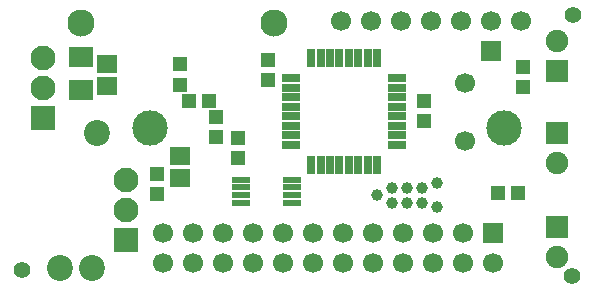
<source format=gts>
G04 DipTrace 3.1.0.0*
G04 TopMask.GTS*
%MOIN*%
G04 #@! TF.FileFunction,Soldermask,Top*
G04 #@! TF.Part,Single*
%AMOUTLINE1*
4,1,4,
0.031496,-0.011811,
-0.031496,-0.011811,
-0.031496,0.011811,
0.031496,0.011811,
0.031496,-0.011811,
0*%
%AMOUTLINE4*
4,1,4,
0.011811,0.031496,
0.011811,-0.031496,
-0.011811,-0.031496,
-0.011811,0.031496,
0.011811,0.031496,
0*%
%ADD29C,0.066929*%
%ADD30C,0.066929*%
%ADD33R,0.066929X0.066929*%
%ADD34C,0.055118*%
%ADD36C,0.086614*%
%ADD37R,0.074803X0.074803*%
%ADD39C,0.074803*%
%ADD42C,0.090551*%
%ADD56C,0.11811*%
%ADD57C,0.039016*%
%ADD62C,0.038858*%
%ADD68R,0.062992X0.023622*%
%ADD76C,0.082677*%
%ADD77R,0.082677X0.082677*%
%ADD78R,0.066929X0.059055*%
%ADD80R,0.051181X0.047244*%
%ADD82R,0.07874X0.070866*%
%ADD84R,0.047244X0.051181*%
%ADD94OUTLINE1*%
%ADD97OUTLINE4*%
%FSLAX26Y26*%
G04*
G70*
G90*
G75*
G01*
G04 TopMask*
%LPD*%
D84*
X1417887Y637587D3*
Y570657D3*
D82*
X274018Y676126D3*
Y786362D3*
D80*
X636556Y637587D3*
X703486D3*
D78*
X361528Y688163D3*
Y762966D3*
D84*
X899084Y708172D3*
Y775101D3*
D78*
X605257Y456222D3*
Y381419D3*
D39*
X1861690Y837597D3*
D37*
Y737597D3*
X1861516Y218722D3*
D39*
Y118722D3*
D34*
X80240Y75020D3*
X1914689Y925216D3*
X1911690Y56276D3*
D56*
X505302Y550077D3*
X1686661D3*
D36*
X205262Y81223D3*
D77*
X424026Y175038D3*
D36*
X311512Y81278D3*
D76*
X424026Y275038D3*
D30*
X1242762Y906222D3*
D76*
X424026Y375038D3*
D30*
X1342762Y906222D3*
X1442762D3*
X1542762D3*
X1642762D3*
X1742764D3*
D36*
X330274Y531325D3*
D33*
X1642912Y806354D3*
D42*
X274018Y900114D3*
X917836D3*
D30*
X1142860Y906365D3*
D84*
X530262Y328909D3*
Y395839D3*
D80*
X1665451Y331223D3*
X1732381D3*
D84*
X1749018Y752084D3*
Y685155D3*
X724066Y518824D3*
Y585753D3*
X799073Y450067D3*
Y516996D3*
X605303Y693842D3*
Y760772D3*
D37*
X1861516Y531222D3*
D39*
Y431222D3*
D77*
X149010Y581220D3*
D76*
Y681220D3*
Y781220D3*
D33*
X1649013Y199970D3*
D29*
Y99970D3*
X1549013Y199970D3*
Y99970D3*
X1449013Y199970D3*
Y99970D3*
X1349013Y199970D3*
Y99970D3*
X1249013Y199970D3*
Y99970D3*
X1149013Y199970D3*
Y99970D3*
X1049013Y199970D3*
Y99970D3*
X949013Y199970D3*
Y99970D3*
X849013Y199970D3*
Y99970D3*
X749013Y199970D3*
Y99970D3*
X649013Y199970D3*
Y99970D3*
X549013Y199970D3*
Y99970D3*
D94*
X1329685Y493821D3*
Y525318D3*
Y556814D3*
Y588310D3*
Y619806D3*
Y651302D3*
Y682798D3*
Y714294D3*
X975354Y493821D3*
Y525318D3*
Y556814D3*
Y588310D3*
Y619806D3*
Y651302D3*
Y682798D3*
Y714294D3*
D97*
X1262756Y781223D3*
X1231260D3*
X1199764D3*
X1168268D3*
X1136772D3*
X1105276D3*
X1073780D3*
X1042283D3*
X1262756Y426892D3*
X1231260D3*
X1199764D3*
X1168268D3*
X1136772D3*
X1105276D3*
X1073780D3*
X1042283D3*
D29*
X1555395Y700093D3*
Y506353D3*
D68*
X980343Y300051D3*
Y325642D3*
Y351232D3*
Y376823D3*
X807114D3*
Y351232D3*
Y325642D3*
Y300051D3*
D62*
X1311627D3*
X1361627D3*
X1411627D3*
Y350051D3*
X1361627D3*
X1311627D3*
D57*
X1261627Y325051D3*
X1461627Y365051D3*
Y285051D3*
M02*

</source>
